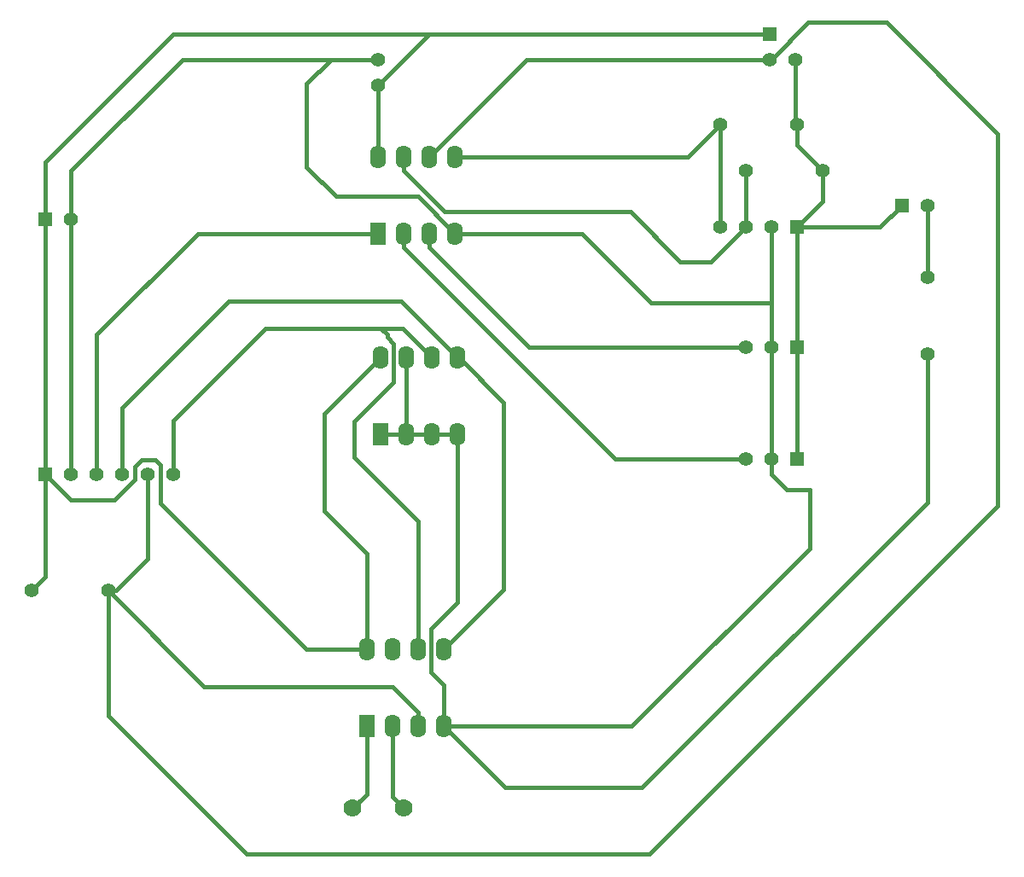
<source format=gbl>
G04 (created by PCBNEW-RS274X (2011-05-25)-stable) date Mon 24 Dec 2012 04:11:18 AM EST*
G01*
G70*
G90*
%MOIN*%
G04 Gerber Fmt 3.4, Leading zero omitted, Abs format*
%FSLAX34Y34*%
G04 APERTURE LIST*
%ADD10C,0.006000*%
%ADD11R,0.055000X0.055000*%
%ADD12C,0.055000*%
%ADD13R,0.062000X0.090000*%
%ADD14O,0.062000X0.090000*%
%ADD15C,0.070000*%
%ADD16C,0.015000*%
G04 APERTURE END LIST*
G54D10*
G54D11*
X51150Y-20000D03*
G54D12*
X51150Y-21000D03*
X52150Y-21000D03*
G54D11*
X22850Y-37200D03*
G54D12*
X23850Y-37200D03*
X24850Y-37200D03*
X25850Y-37200D03*
X26850Y-37200D03*
X27850Y-37200D03*
G54D11*
X52200Y-27550D03*
G54D12*
X51200Y-27550D03*
X50200Y-27550D03*
X49200Y-27550D03*
G54D11*
X52200Y-36600D03*
G54D12*
X51200Y-36600D03*
X50200Y-36600D03*
G54D11*
X52200Y-32250D03*
G54D12*
X51200Y-32250D03*
X50200Y-32250D03*
G54D11*
X22850Y-27250D03*
G54D12*
X23850Y-27250D03*
G54D11*
X56300Y-26700D03*
G54D12*
X57300Y-26700D03*
G54D13*
X35850Y-27800D03*
G54D14*
X36850Y-27800D03*
X37850Y-27800D03*
X38850Y-27800D03*
X38850Y-24800D03*
X37850Y-24800D03*
X36850Y-24800D03*
X35850Y-24800D03*
G54D13*
X35950Y-35650D03*
G54D14*
X36950Y-35650D03*
X37950Y-35650D03*
X38950Y-35650D03*
X38950Y-32650D03*
X37950Y-32650D03*
X36950Y-32650D03*
X35950Y-32650D03*
G54D13*
X35400Y-47050D03*
G54D14*
X36400Y-47050D03*
X37400Y-47050D03*
X38400Y-47050D03*
X38400Y-44050D03*
X37400Y-44050D03*
X36400Y-44050D03*
X35400Y-44050D03*
G54D12*
X35850Y-21000D03*
X35850Y-22000D03*
X25300Y-41750D03*
X22300Y-41750D03*
X53200Y-25350D03*
X50200Y-25350D03*
X52200Y-23550D03*
X49200Y-23550D03*
X57300Y-29500D03*
X57300Y-32500D03*
G54D15*
X34850Y-50250D03*
X36850Y-50250D03*
G54D16*
X50200Y-25350D02*
X50200Y-27550D01*
X36850Y-24800D02*
X36850Y-25350D01*
X48850Y-28900D02*
X50200Y-27550D01*
X47650Y-28900D02*
X48850Y-28900D01*
X45700Y-26950D02*
X47650Y-28900D01*
X38450Y-26950D02*
X45700Y-26950D01*
X36850Y-25350D02*
X38450Y-26950D01*
X38850Y-24800D02*
X47950Y-24800D01*
X47950Y-24800D02*
X49200Y-23550D01*
X49200Y-23550D02*
X49200Y-27550D01*
X51150Y-21000D02*
X51200Y-21000D01*
X25300Y-46650D02*
X25300Y-41750D01*
X30700Y-52050D02*
X25300Y-46650D01*
X46450Y-52050D02*
X30700Y-52050D01*
X60050Y-38450D02*
X46450Y-52050D01*
X60050Y-23900D02*
X60050Y-38450D01*
X55700Y-19550D02*
X60050Y-23900D01*
X52650Y-19550D02*
X55700Y-19550D01*
X51200Y-21000D02*
X52650Y-19550D01*
X51150Y-21000D02*
X41650Y-21000D01*
X41650Y-21000D02*
X37850Y-24800D01*
X37400Y-47050D02*
X37400Y-46500D01*
X37400Y-46500D02*
X36400Y-45500D01*
X36400Y-45500D02*
X29050Y-45500D01*
X29050Y-45500D02*
X25300Y-41750D01*
X25300Y-41750D02*
X25600Y-41750D01*
X25600Y-41750D02*
X26850Y-40500D01*
X26850Y-40500D02*
X26850Y-37200D01*
X35850Y-27800D02*
X28800Y-27800D01*
X24850Y-31750D02*
X24850Y-37200D01*
X28800Y-27800D02*
X24850Y-31750D01*
X37400Y-44050D02*
X37400Y-39050D01*
X36200Y-31750D02*
X35950Y-31500D01*
X36200Y-31850D02*
X36200Y-31750D01*
X36450Y-32100D02*
X36200Y-31850D01*
X36450Y-33600D02*
X36450Y-32100D01*
X34900Y-35150D02*
X36450Y-33600D01*
X34900Y-36550D02*
X34900Y-35150D01*
X37400Y-39050D02*
X34900Y-36550D01*
X27850Y-37200D02*
X27850Y-35100D01*
X36800Y-31500D02*
X37950Y-32650D01*
X31450Y-31500D02*
X35950Y-31500D01*
X35950Y-31500D02*
X36800Y-31500D01*
X27850Y-35100D02*
X31450Y-31500D01*
X38950Y-32650D02*
X39000Y-32650D01*
X40750Y-41700D02*
X38400Y-44050D01*
X40750Y-34400D02*
X40750Y-41700D01*
X39000Y-32650D02*
X40750Y-34400D01*
X25850Y-37200D02*
X25850Y-34600D01*
X36750Y-30450D02*
X38950Y-32650D01*
X30000Y-30450D02*
X36750Y-30450D01*
X25850Y-34600D02*
X30000Y-30450D01*
X36850Y-27800D02*
X36850Y-28350D01*
X45100Y-36600D02*
X50200Y-36600D01*
X36850Y-28350D02*
X45100Y-36600D01*
X37850Y-27800D02*
X37850Y-28350D01*
X41750Y-32250D02*
X50200Y-32250D01*
X37850Y-28350D02*
X41750Y-32250D01*
X52200Y-23550D02*
X52200Y-24350D01*
X52200Y-24350D02*
X53200Y-25350D01*
X53200Y-25350D02*
X53200Y-26550D01*
X53200Y-26550D02*
X52200Y-27550D01*
X52150Y-21000D02*
X52150Y-23500D01*
X52150Y-23500D02*
X52200Y-23550D01*
X52200Y-32250D02*
X52200Y-36600D01*
X52200Y-27550D02*
X52200Y-32250D01*
X52200Y-27550D02*
X55450Y-27550D01*
X55450Y-27550D02*
X56300Y-26700D01*
X57300Y-32500D02*
X57300Y-38300D01*
X40800Y-49450D02*
X38400Y-47050D01*
X46150Y-49450D02*
X40800Y-49450D01*
X57300Y-38300D02*
X46150Y-49450D01*
X38950Y-35650D02*
X38950Y-42200D01*
X38400Y-45450D02*
X38400Y-47050D01*
X37900Y-44950D02*
X38400Y-45450D01*
X37900Y-43250D02*
X37900Y-44950D01*
X38950Y-42200D02*
X37900Y-43250D01*
X35850Y-21000D02*
X34000Y-21000D01*
X37400Y-26350D02*
X38850Y-27800D01*
X34200Y-26350D02*
X37400Y-26350D01*
X33050Y-25200D02*
X34200Y-26350D01*
X33050Y-21950D02*
X33050Y-25200D01*
X34000Y-21000D02*
X33050Y-21950D01*
X38400Y-47050D02*
X45750Y-47050D01*
X45750Y-47050D02*
X52700Y-40100D01*
X52700Y-40100D02*
X52700Y-37800D01*
X38850Y-27800D02*
X43800Y-27800D01*
X43800Y-27800D02*
X46500Y-30500D01*
X46500Y-30500D02*
X51200Y-30500D01*
X36950Y-32650D02*
X36950Y-35650D01*
X36950Y-35650D02*
X37950Y-35650D01*
X37950Y-35650D02*
X38950Y-35650D01*
X35950Y-35650D02*
X36950Y-35650D01*
X23850Y-27250D02*
X23850Y-37200D01*
X23850Y-27250D02*
X23850Y-25350D01*
X28200Y-21000D02*
X35850Y-21000D01*
X23850Y-25350D02*
X28200Y-21000D01*
X51200Y-36600D02*
X51200Y-37200D01*
X51200Y-37200D02*
X51800Y-37800D01*
X51800Y-37800D02*
X52700Y-37800D01*
X51200Y-32250D02*
X51200Y-30500D01*
X51200Y-30500D02*
X51200Y-27550D01*
X51200Y-36600D02*
X51200Y-32250D01*
X35400Y-47050D02*
X35400Y-49700D01*
X35400Y-49700D02*
X34850Y-50250D01*
X36400Y-47050D02*
X36400Y-49800D01*
X36400Y-49800D02*
X36850Y-50250D01*
X57300Y-26700D02*
X57300Y-29500D01*
X22850Y-37200D02*
X22850Y-41200D01*
X22850Y-41200D02*
X22300Y-41750D01*
X35400Y-44050D02*
X33050Y-44050D01*
X23850Y-38200D02*
X22850Y-37200D01*
X25550Y-38200D02*
X23850Y-38200D01*
X26350Y-37400D02*
X25550Y-38200D01*
X26350Y-36900D02*
X26350Y-37400D01*
X26600Y-36650D02*
X26350Y-36900D01*
X27150Y-36650D02*
X26600Y-36650D01*
X27350Y-36850D02*
X27150Y-36650D01*
X27350Y-38350D02*
X27350Y-36850D01*
X33050Y-44050D02*
X27350Y-38350D01*
X37850Y-20000D02*
X27850Y-20000D01*
X22850Y-25000D02*
X22850Y-27250D01*
X27850Y-20000D02*
X22850Y-25000D01*
X35400Y-44050D02*
X35400Y-40300D01*
X33750Y-34850D02*
X35950Y-32650D01*
X33750Y-38650D02*
X33750Y-34850D01*
X35400Y-40300D02*
X33750Y-38650D01*
X51150Y-20000D02*
X37850Y-20000D01*
X37850Y-20000D02*
X35850Y-22000D01*
X22850Y-27250D02*
X22850Y-37200D01*
X35850Y-24800D02*
X35850Y-22000D01*
M02*

</source>
